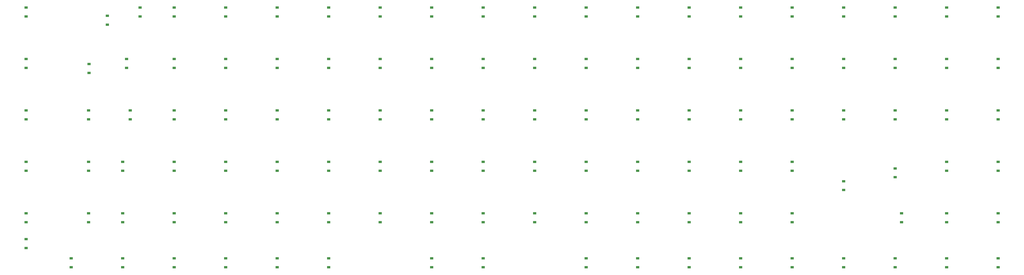
<source format=gbr>
G04 EAGLE Gerber RS-274X export*
G75*
%MOMM*%
%FSLAX34Y34*%
%LPD*%
%INSolderpaste Bottom*%
%IPPOS*%
%AMOC8*
5,1,8,0,0,1.08239X$1,22.5*%
G01*
%ADD10R,1.220000X0.910000*%


D10*
X119063Y1079025D03*
X119063Y1111725D03*
X419498Y1048620D03*
X419498Y1081320D03*
X541250Y1079025D03*
X541250Y1111725D03*
X666750Y1079025D03*
X666750Y1111725D03*
X857250Y1079025D03*
X857250Y1111725D03*
X1047750Y1079025D03*
X1047750Y1111725D03*
X1238250Y1079025D03*
X1238250Y1111725D03*
X1428750Y1079025D03*
X1428750Y1111725D03*
X1619250Y1079025D03*
X1619250Y1111725D03*
X1809750Y1079025D03*
X1809750Y1111725D03*
X2000250Y1079025D03*
X2000250Y1111725D03*
X2190750Y1079025D03*
X2190750Y1111725D03*
X2381250Y1079025D03*
X2381250Y1111725D03*
X2571750Y1079025D03*
X2571750Y1111725D03*
X2762250Y1079025D03*
X2762250Y1111725D03*
X2952750Y1079025D03*
X2952750Y1111725D03*
X3143250Y1079025D03*
X3143250Y1111725D03*
X3333750Y1079025D03*
X3333750Y1111725D03*
X3524250Y1079025D03*
X3524250Y1111725D03*
X3714750Y1079025D03*
X3714750Y1111725D03*
X119063Y888525D03*
X119063Y921225D03*
X351723Y870023D03*
X351723Y902723D03*
X491250Y888525D03*
X491250Y921225D03*
X666750Y888525D03*
X666750Y921225D03*
X857250Y888525D03*
X857250Y921225D03*
X1047750Y888525D03*
X1047750Y921225D03*
X1238250Y888525D03*
X1238250Y921225D03*
X1428750Y888525D03*
X1428750Y921225D03*
X1619250Y888525D03*
X1619250Y921225D03*
X1809750Y888525D03*
X1809750Y921225D03*
X2000250Y888525D03*
X2000250Y921225D03*
X2190750Y888525D03*
X2190750Y921225D03*
X2381250Y888525D03*
X2381250Y921225D03*
X2571750Y888525D03*
X2571750Y921225D03*
X2762250Y888525D03*
X2762250Y921225D03*
X2952750Y888525D03*
X2952750Y921225D03*
X3143250Y888525D03*
X3143250Y921225D03*
X3333750Y888525D03*
X3333750Y921225D03*
X3524250Y888525D03*
X3524250Y921225D03*
X3714750Y888525D03*
X3714750Y921225D03*
X119063Y698025D03*
X119063Y730725D03*
X350750Y698025D03*
X350750Y730725D03*
X504851Y698025D03*
X504851Y730725D03*
X666750Y698025D03*
X666750Y730725D03*
X857250Y698025D03*
X857250Y730725D03*
X1047750Y698025D03*
X1047750Y730725D03*
X1238250Y698025D03*
X1238250Y730725D03*
X1428750Y698025D03*
X1428750Y730725D03*
X1619250Y698025D03*
X1619250Y730725D03*
X1809750Y698025D03*
X1809750Y730725D03*
X2000250Y698025D03*
X2000250Y730725D03*
X2190750Y698025D03*
X2190750Y730725D03*
X2381250Y698025D03*
X2381250Y730725D03*
X2571750Y698025D03*
X2571750Y730725D03*
X2762250Y698025D03*
X2762250Y730725D03*
X2952750Y698025D03*
X2952750Y730725D03*
X3143250Y698025D03*
X3143250Y730725D03*
X3333750Y698025D03*
X3333750Y730725D03*
X3524250Y698025D03*
X3524250Y730725D03*
X3714750Y698025D03*
X3714750Y730725D03*
X119063Y507525D03*
X119063Y540225D03*
X350750Y507525D03*
X350750Y540225D03*
X476250Y507525D03*
X476250Y540225D03*
X666750Y507525D03*
X666750Y540225D03*
X857250Y507525D03*
X857250Y540225D03*
X1047750Y507525D03*
X1047750Y540225D03*
X1238250Y507525D03*
X1238250Y540225D03*
X1428750Y507525D03*
X1428750Y540225D03*
X1619250Y507525D03*
X1619250Y540225D03*
X1809750Y507525D03*
X1809750Y540225D03*
X2000250Y507525D03*
X2000250Y540225D03*
X2190750Y507525D03*
X2190750Y540225D03*
X2381250Y507525D03*
X2381250Y540225D03*
X2571750Y507525D03*
X2571750Y540225D03*
X2762250Y507525D03*
X2762250Y540225D03*
X2952750Y507525D03*
X2952750Y540225D03*
X3333750Y483713D03*
X3333750Y516413D03*
X3524250Y507525D03*
X3524250Y540225D03*
X3714750Y507525D03*
X3714750Y540225D03*
X119063Y317025D03*
X119063Y349725D03*
X350750Y317025D03*
X350750Y349725D03*
X476250Y317025D03*
X476250Y349725D03*
X666750Y317025D03*
X666750Y349725D03*
X857250Y317025D03*
X857250Y349725D03*
X1047750Y317025D03*
X1047750Y349725D03*
X1238250Y317025D03*
X1238250Y349725D03*
X1428750Y317025D03*
X1428750Y349725D03*
X1619250Y317025D03*
X1619250Y349725D03*
X1809750Y317025D03*
X1809750Y349725D03*
X2000250Y317025D03*
X2000250Y349725D03*
X2190750Y317025D03*
X2190750Y349725D03*
X2381250Y317025D03*
X2381250Y349725D03*
X2571750Y317025D03*
X2571750Y349725D03*
X2762250Y317025D03*
X2762250Y349725D03*
X2952750Y317025D03*
X2952750Y349725D03*
X3143250Y436088D03*
X3143250Y468788D03*
X3357563Y317025D03*
X3357563Y349725D03*
X3524250Y317025D03*
X3524250Y349725D03*
X3714750Y317025D03*
X3714750Y349725D03*
X119063Y254475D03*
X119063Y221775D03*
X285750Y150338D03*
X285750Y183038D03*
X476250Y150338D03*
X476250Y183038D03*
X666750Y150338D03*
X666750Y183038D03*
X857250Y150338D03*
X857250Y183038D03*
X1047750Y150338D03*
X1047750Y183038D03*
X1238250Y150338D03*
X1238250Y183038D03*
X1619250Y150338D03*
X1619250Y183038D03*
X1809750Y150338D03*
X1809750Y183038D03*
X2190750Y150338D03*
X2190750Y183038D03*
X2381250Y150338D03*
X2381250Y183038D03*
X2571750Y150338D03*
X2571750Y183038D03*
X2762250Y150338D03*
X2762250Y183038D03*
X2952750Y150338D03*
X2952750Y183038D03*
X3143250Y150338D03*
X3143250Y183038D03*
X3333750Y150338D03*
X3333750Y183038D03*
X3524250Y150338D03*
X3524250Y183038D03*
X3714750Y150338D03*
X3714750Y183038D03*
M02*

</source>
